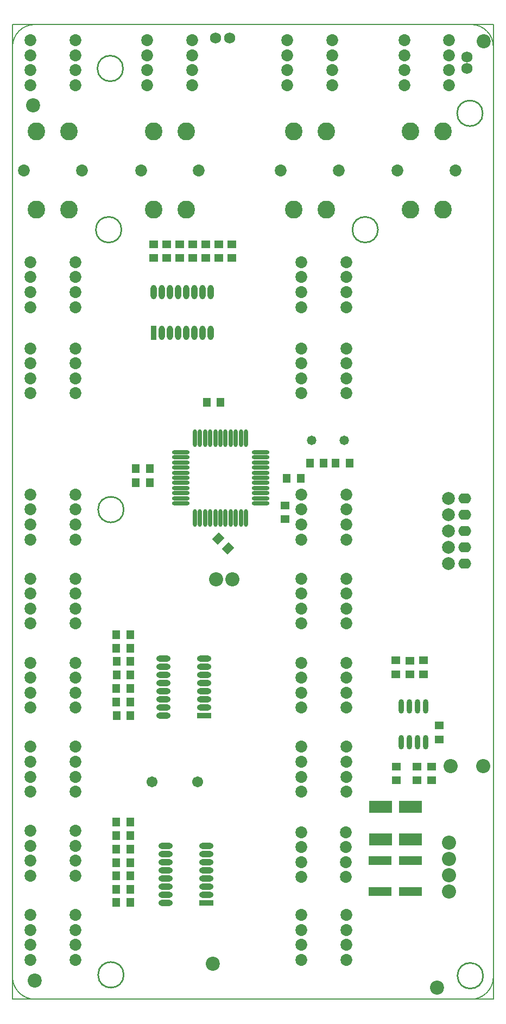
<source format=gts>
%FSLAX24Y24*%
%MOIN*%
G70*
G01*
G75*
G04 Layer_Color=8388736*
%ADD10C,0.0394*%
%ADD11R,0.0500X0.0400*%
%ADD12R,0.0400X0.0500*%
%ADD13O,0.0800X0.0300*%
%ADD14R,0.0800X0.0300*%
%ADD15R,0.1339X0.0700*%
%ADD16R,0.1339X0.0472*%
%ADD17R,0.1339X0.0472*%
G04:AMPARAMS|DCode=18|XSize=40mil|YSize=50mil|CornerRadius=0mil|HoleSize=0mil|Usage=FLASHONLY|Rotation=135.000|XOffset=0mil|YOffset=0mil|HoleType=Round|Shape=Rectangle|*
%AMROTATEDRECTD18*
4,1,4,0.0318,0.0035,-0.0035,-0.0318,-0.0318,-0.0035,0.0035,0.0318,0.0318,0.0035,0.0*
%
%ADD18ROTATEDRECTD18*%

%ADD19O,0.0160X0.1000*%
%ADD20O,0.1000X0.0160*%
%ADD21O,0.0300X0.0800*%
%ADD22R,0.0300X0.0800*%
%ADD23O,0.0240X0.0800*%
%ADD24C,0.0300*%
%ADD25C,0.0150*%
%ADD26C,0.0120*%
%ADD27C,0.0200*%
%ADD28C,0.0050*%
%ADD29C,0.0100*%
%ADD30C,0.0650*%
%ADD31C,0.0709*%
%ADD32O,0.0709X0.0550*%
%ADD33C,0.0500*%
%ADD34C,0.0591*%
%ADD35C,0.0787*%
%ADD36C,0.0787*%
%ADD37O,0.0980X0.1020*%
%ADD38C,0.0600*%
%ADD39C,0.0250*%
%ADD40C,0.0984*%
%ADD41C,0.0080*%
%ADD42C,0.0060*%
%ADD43C,0.0061*%
%ADD44C,0.0079*%
%ADD45R,0.1575X0.0153*%
%ADD46C,0.0866*%
%ADD47C,0.0474*%
%ADD48R,0.0580X0.0480*%
%ADD49R,0.0480X0.0580*%
%ADD50O,0.0880X0.0380*%
%ADD51R,0.0880X0.0380*%
%ADD52R,0.1419X0.0780*%
%ADD53R,0.1419X0.0552*%
%ADD54R,0.1419X0.0552*%
G04:AMPARAMS|DCode=55|XSize=48mil|YSize=58mil|CornerRadius=0mil|HoleSize=0mil|Usage=FLASHONLY|Rotation=135.000|XOffset=0mil|YOffset=0mil|HoleType=Round|Shape=Rectangle|*
%AMROTATEDRECTD55*
4,1,4,0.0375,0.0035,-0.0035,-0.0375,-0.0375,-0.0035,0.0035,0.0375,0.0375,0.0035,0.0*
%
%ADD55ROTATEDRECTD55*%

%ADD56O,0.0240X0.1080*%
%ADD57O,0.1080X0.0240*%
%ADD58O,0.0380X0.0880*%
%ADD59R,0.0380X0.0880*%
%ADD60O,0.0320X0.0880*%
%ADD61C,0.0730*%
%ADD62C,0.0789*%
%ADD63O,0.0789X0.0630*%
%ADD64C,0.0580*%
%ADD65C,0.0671*%
%ADD66C,0.0867*%
%ADD67C,0.0867*%
%ADD68O,0.1060X0.1100*%
%ADD69C,0.0680*%
D28*
X28150Y0D02*
G03*
X29528Y1378I0J1378D01*
G01*
X0D02*
G03*
X1378Y0I1378J0D01*
G01*
X29528Y58465D02*
G03*
X28150Y59843I-1378J0D01*
G01*
X1378D02*
G03*
X0Y58465I0J-1378D01*
G01*
Y59843D02*
X29528D01*
Y0D02*
Y59843D01*
X28560Y0D02*
X29528D01*
X0D02*
X28560D01*
X0D02*
Y59843D01*
D29*
X6831Y1496D02*
G03*
X6831Y1496I-787J0D01*
G01*
Y30059D02*
G03*
X6831Y30059I-787J0D01*
G01*
X6792Y57140D02*
G03*
X6792Y57140I-787J0D01*
G01*
X22441Y47244D02*
G03*
X22441Y47244I-787J0D01*
G01*
X28898Y1441D02*
G03*
X28898Y1441I-787J0D01*
G01*
X28874Y54390D02*
G03*
X28874Y54390I-787J0D01*
G01*
X6693Y47244D02*
G03*
X6693Y47244I-787J0D01*
G01*
D46*
X12313Y2193D02*
D03*
X1358Y1142D02*
D03*
X26053Y697D02*
D03*
X28927Y58808D02*
D03*
X1269Y54861D02*
D03*
D47*
X1358Y1142D02*
D03*
X28927Y58808D02*
D03*
X1269Y54861D02*
D03*
D48*
X26190Y16805D02*
D03*
Y15955D02*
D03*
X23560Y13440D02*
D03*
Y14290D02*
D03*
X24850Y13440D02*
D03*
Y14290D02*
D03*
X25730D02*
D03*
Y13440D02*
D03*
X23530Y20810D02*
D03*
Y19960D02*
D03*
X24390Y20790D02*
D03*
Y19940D02*
D03*
X25250Y20800D02*
D03*
Y19950D02*
D03*
X8670Y45495D02*
D03*
Y46345D02*
D03*
X9467Y45495D02*
D03*
Y46345D02*
D03*
X10264Y45495D02*
D03*
Y46345D02*
D03*
X11062Y45495D02*
D03*
Y46345D02*
D03*
X11859Y45495D02*
D03*
Y46345D02*
D03*
X12666Y45495D02*
D03*
Y46345D02*
D03*
X13463Y45495D02*
D03*
Y46345D02*
D03*
X16720Y29470D02*
D03*
Y30320D02*
D03*
D49*
X7230Y22370D02*
D03*
X6380D02*
D03*
X7230Y21560D02*
D03*
X6380D02*
D03*
X7240Y20730D02*
D03*
X6390D02*
D03*
X7240Y19920D02*
D03*
X6390D02*
D03*
X7230Y19090D02*
D03*
X6380D02*
D03*
X7227Y18255D02*
D03*
X6377D02*
D03*
X7250Y17420D02*
D03*
X6400D02*
D03*
X7234Y5932D02*
D03*
X6384D02*
D03*
X7234Y6749D02*
D03*
X6384D02*
D03*
X7234Y7575D02*
D03*
X6384D02*
D03*
X7234Y8392D02*
D03*
X6384D02*
D03*
X6381Y10863D02*
D03*
X7231D02*
D03*
X7234Y9219D02*
D03*
X6384D02*
D03*
X7234Y10036D02*
D03*
X6384D02*
D03*
X8430Y32590D02*
D03*
X7580D02*
D03*
X8420Y31700D02*
D03*
X7570D02*
D03*
X11920Y36630D02*
D03*
X12770D02*
D03*
X19845Y32920D02*
D03*
X20695D02*
D03*
X18265Y32910D02*
D03*
X19115D02*
D03*
X16845Y31990D02*
D03*
X17695D02*
D03*
D50*
X9270Y17410D02*
D03*
Y17910D02*
D03*
Y20910D02*
D03*
X11770Y17910D02*
D03*
Y18410D02*
D03*
Y18910D02*
D03*
Y19410D02*
D03*
Y19910D02*
D03*
Y20410D02*
D03*
Y20910D02*
D03*
X9270Y20410D02*
D03*
Y19910D02*
D03*
Y19410D02*
D03*
Y18910D02*
D03*
Y18410D02*
D03*
X9390Y5917D02*
D03*
Y6417D02*
D03*
Y9417D02*
D03*
X11890Y6417D02*
D03*
Y6917D02*
D03*
Y7417D02*
D03*
Y7917D02*
D03*
Y8417D02*
D03*
Y8917D02*
D03*
Y9417D02*
D03*
X9390Y8917D02*
D03*
Y8417D02*
D03*
Y7917D02*
D03*
Y7417D02*
D03*
Y6917D02*
D03*
D51*
X11770Y17410D02*
D03*
X11890Y5917D02*
D03*
D52*
X22590Y9817D02*
D03*
Y11817D02*
D03*
X24430Y9817D02*
D03*
Y11817D02*
D03*
D53*
X22559Y6615D02*
D03*
X24440D02*
D03*
D54*
X22559Y8504D02*
D03*
X24440D02*
D03*
D55*
X13251Y27669D02*
D03*
X12649Y28271D02*
D03*
D56*
X13080Y34460D02*
D03*
X13400D02*
D03*
X13710Y34460D02*
D03*
X14030Y34460D02*
D03*
X11200D02*
D03*
X11510Y34460D02*
D03*
X11830Y34460D02*
D03*
X12140D02*
D03*
X12460D02*
D03*
X12770D02*
D03*
X14340D02*
D03*
Y29560D02*
D03*
X14030D02*
D03*
X13710D02*
D03*
X13400D02*
D03*
X13080Y29560D02*
D03*
X12770Y29560D02*
D03*
X12460D02*
D03*
X12140D02*
D03*
X11830D02*
D03*
X11510Y29560D02*
D03*
X11200Y29560D02*
D03*
D57*
X10320Y30440D02*
D03*
Y30750D02*
D03*
Y31070D02*
D03*
X10320Y31380D02*
D03*
X10320Y31700D02*
D03*
Y32010D02*
D03*
Y32320D02*
D03*
Y32640D02*
D03*
Y32950D02*
D03*
Y33270D02*
D03*
X10320Y33580D02*
D03*
X15220D02*
D03*
X15220Y33270D02*
D03*
X15220Y32950D02*
D03*
Y32640D02*
D03*
X15220Y32320D02*
D03*
X15220Y32010D02*
D03*
Y31700D02*
D03*
Y31380D02*
D03*
Y31070D02*
D03*
Y30750D02*
D03*
Y30440D02*
D03*
D58*
X8670Y43400D02*
D03*
X9170D02*
D03*
X12170D02*
D03*
X9170Y40900D02*
D03*
X9670D02*
D03*
X10170D02*
D03*
X10670D02*
D03*
X11170D02*
D03*
X11670D02*
D03*
X12170D02*
D03*
X11670Y43400D02*
D03*
X11170D02*
D03*
X10670D02*
D03*
X10170D02*
D03*
X9670D02*
D03*
D59*
X8670Y40900D02*
D03*
D60*
X25360Y15780D02*
D03*
X24860D02*
D03*
X24360D02*
D03*
X23860D02*
D03*
Y17980D02*
D03*
X24360D02*
D03*
X24860D02*
D03*
X25360D02*
D03*
D61*
X20488Y37197D02*
D03*
Y39953D02*
D03*
X17732D02*
D03*
Y37197D02*
D03*
X20488Y39034D02*
D03*
Y38115D02*
D03*
X17732D02*
D03*
Y39034D02*
D03*
X20488Y42492D02*
D03*
Y45248D02*
D03*
X17732D02*
D03*
Y42492D02*
D03*
X20488Y44329D02*
D03*
Y43411D02*
D03*
X17732D02*
D03*
Y44329D02*
D03*
X1102Y4255D02*
D03*
Y3336D02*
D03*
X3858D02*
D03*
Y4255D02*
D03*
Y2417D02*
D03*
Y5173D02*
D03*
X1102D02*
D03*
Y2417D02*
D03*
Y9416D02*
D03*
Y8497D02*
D03*
X3858D02*
D03*
Y9416D02*
D03*
Y7579D02*
D03*
Y10335D02*
D03*
X1102D02*
D03*
Y7579D02*
D03*
Y14577D02*
D03*
Y13659D02*
D03*
X3858D02*
D03*
Y14577D02*
D03*
Y12740D02*
D03*
Y15496D02*
D03*
X1102D02*
D03*
Y12740D02*
D03*
X20488Y28224D02*
D03*
Y30980D02*
D03*
X17732D02*
D03*
Y28224D02*
D03*
X20488Y30062D02*
D03*
Y29143D02*
D03*
X17732D02*
D03*
Y30062D02*
D03*
X708Y50886D02*
D03*
X4252D02*
D03*
X11429D02*
D03*
X7886D02*
D03*
X16484D02*
D03*
X20027D02*
D03*
X27194D02*
D03*
X23651D02*
D03*
X1102Y56122D02*
D03*
Y58878D02*
D03*
X3858D02*
D03*
Y56122D02*
D03*
X1102Y57959D02*
D03*
Y57041D02*
D03*
X3858D02*
D03*
Y57959D02*
D03*
X11035Y56122D02*
D03*
Y58878D02*
D03*
X8279D02*
D03*
Y56122D02*
D03*
Y57959D02*
D03*
Y57041D02*
D03*
X11035D02*
D03*
Y57959D02*
D03*
X16878Y56122D02*
D03*
Y58878D02*
D03*
X19634D02*
D03*
Y56122D02*
D03*
X16878Y57959D02*
D03*
Y57041D02*
D03*
X19634D02*
D03*
Y57959D02*
D03*
X26811Y56122D02*
D03*
Y58878D02*
D03*
X24055D02*
D03*
Y56122D02*
D03*
X26811Y57959D02*
D03*
Y57041D02*
D03*
X24055D02*
D03*
Y57959D02*
D03*
X1102Y42492D02*
D03*
Y45248D02*
D03*
X3858D02*
D03*
Y42492D02*
D03*
X1102Y44329D02*
D03*
Y43411D02*
D03*
X3858D02*
D03*
Y44329D02*
D03*
X1102Y37197D02*
D03*
Y39953D02*
D03*
X3858D02*
D03*
Y37197D02*
D03*
X1102Y39034D02*
D03*
Y38115D02*
D03*
X3858D02*
D03*
Y39034D02*
D03*
X1102Y28224D02*
D03*
Y30980D02*
D03*
X3858D02*
D03*
Y28224D02*
D03*
X1102Y30062D02*
D03*
Y29143D02*
D03*
X3858D02*
D03*
Y30062D02*
D03*
X1102Y24900D02*
D03*
Y23982D02*
D03*
X3858D02*
D03*
Y24900D02*
D03*
Y23063D02*
D03*
Y25819D02*
D03*
X1102D02*
D03*
Y23063D02*
D03*
Y19739D02*
D03*
Y18820D02*
D03*
X3858D02*
D03*
Y19739D02*
D03*
Y17902D02*
D03*
Y20657D02*
D03*
X1102D02*
D03*
Y17902D02*
D03*
X20488Y4255D02*
D03*
Y3336D02*
D03*
X17732D02*
D03*
Y4255D02*
D03*
Y2417D02*
D03*
Y5173D02*
D03*
X20488D02*
D03*
Y2417D02*
D03*
X20478Y7502D02*
D03*
Y10258D02*
D03*
X17722D02*
D03*
Y7502D02*
D03*
X20478Y9339D02*
D03*
Y8421D02*
D03*
X17722D02*
D03*
Y9339D02*
D03*
X20488Y14577D02*
D03*
Y13659D02*
D03*
X17732D02*
D03*
Y14577D02*
D03*
Y12740D02*
D03*
Y15496D02*
D03*
X20488D02*
D03*
Y12740D02*
D03*
Y17902D02*
D03*
Y20657D02*
D03*
X17732D02*
D03*
Y17902D02*
D03*
X20488Y19739D02*
D03*
Y18820D02*
D03*
X17732D02*
D03*
Y19739D02*
D03*
X20488Y24900D02*
D03*
Y23982D02*
D03*
X17732D02*
D03*
Y24900D02*
D03*
Y23063D02*
D03*
Y25819D02*
D03*
X20488D02*
D03*
Y23063D02*
D03*
D62*
X26760Y26730D02*
D03*
Y27730D02*
D03*
X26760Y28730D02*
D03*
Y29730D02*
D03*
Y30730D02*
D03*
D63*
X27760Y26730D02*
D03*
Y27730D02*
D03*
Y28730D02*
D03*
X27760Y29730D02*
D03*
X27760Y30730D02*
D03*
D64*
X18380Y34310D02*
D03*
X20380D02*
D03*
D65*
X8583Y13343D02*
D03*
X11383D02*
D03*
D66*
X26800Y9610D02*
D03*
Y7610D02*
D03*
Y6610D02*
D03*
Y8610D02*
D03*
D67*
X28890Y14310D02*
D03*
X26890D02*
D03*
X13510Y25780D02*
D03*
X12510D02*
D03*
D68*
X1480Y53286D02*
D03*
X1480Y48486D02*
D03*
X3480Y53286D02*
D03*
Y48486D02*
D03*
X10657D02*
D03*
X10657Y53286D02*
D03*
X8657Y48486D02*
D03*
Y53286D02*
D03*
X17256D02*
D03*
X17256Y48486D02*
D03*
X19256Y53286D02*
D03*
Y48486D02*
D03*
X26423D02*
D03*
X26423Y53286D02*
D03*
X24423Y48486D02*
D03*
Y53286D02*
D03*
D69*
X12470Y59020D02*
D03*
X13320D02*
D03*
X27900Y57850D02*
D03*
X27910Y57130D02*
D03*
M02*

</source>
